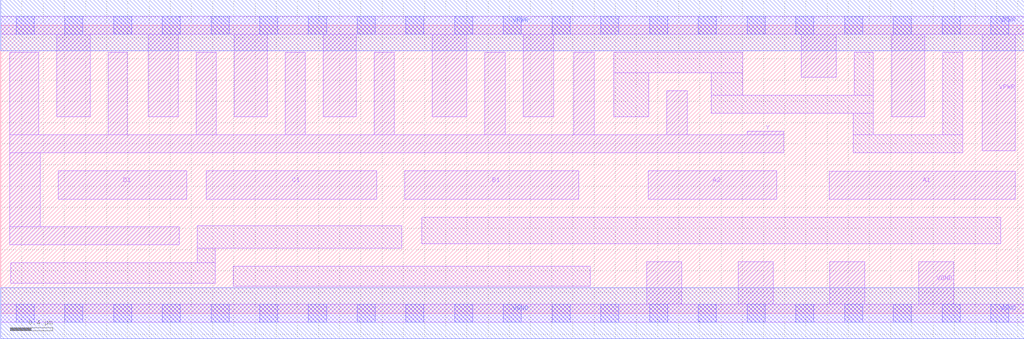
<source format=lef>
# Copyright 2020 The SkyWater PDK Authors
#
# Licensed under the Apache License, Version 2.0 (the "License");
# you may not use this file except in compliance with the License.
# You may obtain a copy of the License at
#
#     https://www.apache.org/licenses/LICENSE-2.0
#
# Unless required by applicable law or agreed to in writing, software
# distributed under the License is distributed on an "AS IS" BASIS,
# WITHOUT WARRANTIES OR CONDITIONS OF ANY KIND, either express or implied.
# See the License for the specific language governing permissions and
# limitations under the License.
#
# SPDX-License-Identifier: Apache-2.0

VERSION 5.7 ;
  NAMESCASESENSITIVE ON ;
  NOWIREEXTENSIONATPIN ON ;
  DIVIDERCHAR "/" ;
  BUSBITCHARS "[]" ;
UNITS
  DATABASE MICRONS 200 ;
END UNITS
MACRO sky130_fd_sc_hd__o2111ai_4
  CLASS CORE ;
  SOURCE USER ;
  FOREIGN sky130_fd_sc_hd__o2111ai_4 ;
  ORIGIN  0.000000  0.000000 ;
  SIZE  9.660000 BY  2.720000 ;
  SYMMETRY X Y R90 ;
  SITE unithd ;
  PIN A1
    ANTENNAGATEAREA  0.990000 ;
    DIRECTION INPUT ;
    USE SIGNAL ;
    PORT
      LAYER li1 ;
        RECT 7.820000 1.075000 9.575000 1.340000 ;
    END
  END A1
  PIN A2
    ANTENNAGATEAREA  0.990000 ;
    DIRECTION INPUT ;
    USE SIGNAL ;
    PORT
      LAYER li1 ;
        RECT 6.110000 1.075000 7.325000 1.345000 ;
    END
  END A2
  PIN B1
    ANTENNAGATEAREA  0.990000 ;
    DIRECTION INPUT ;
    USE SIGNAL ;
    PORT
      LAYER li1 ;
        RECT 3.815000 1.075000 5.455000 1.345000 ;
    END
  END B1
  PIN C1
    ANTENNAGATEAREA  0.990000 ;
    DIRECTION INPUT ;
    USE SIGNAL ;
    PORT
      LAYER li1 ;
        RECT 1.940000 1.075000 3.550000 1.345000 ;
    END
  END C1
  PIN D1
    ANTENNAGATEAREA  0.990000 ;
    DIRECTION INPUT ;
    USE SIGNAL ;
    PORT
      LAYER li1 ;
        RECT 0.545000 1.075000 1.755000 1.345000 ;
    END
  END D1
  PIN Y
    ANTENNADIFFAREA  2.984350 ;
    DIRECTION OUTPUT ;
    USE SIGNAL ;
    PORT
      LAYER li1 ;
        RECT 0.085000 0.645000 1.685000 0.815000 ;
        RECT 0.085000 0.815000 0.375000 1.515000 ;
        RECT 0.085000 1.515000 7.390000 1.685000 ;
        RECT 0.085000 1.685000 0.360000 2.465000 ;
        RECT 1.015000 1.685000 1.195000 2.465000 ;
        RECT 1.845000 1.685000 2.035000 2.465000 ;
        RECT 2.685000 1.685000 2.875000 2.465000 ;
        RECT 3.525000 1.685000 3.715000 2.465000 ;
        RECT 4.570000 1.685000 4.760000 2.465000 ;
        RECT 5.410000 1.685000 5.600000 2.465000 ;
        RECT 6.285000 1.685000 6.480000 2.100000 ;
        RECT 7.045000 1.685000 7.390000 1.720000 ;
    END
  END Y
  PIN VGND
    DIRECTION INOUT ;
    SHAPE ABUTMENT ;
    USE GROUND ;
    PORT
      LAYER li1 ;
        RECT 0.000000 -0.085000 9.660000 0.085000 ;
        RECT 6.100000  0.085000 6.430000 0.485000 ;
        RECT 6.960000  0.085000 7.290000 0.485000 ;
        RECT 7.825000  0.085000 8.155000 0.485000 ;
        RECT 8.665000  0.085000 8.995000 0.485000 ;
      LAYER mcon ;
        RECT 0.145000 -0.085000 0.315000 0.085000 ;
        RECT 0.605000 -0.085000 0.775000 0.085000 ;
        RECT 1.065000 -0.085000 1.235000 0.085000 ;
        RECT 1.525000 -0.085000 1.695000 0.085000 ;
        RECT 1.985000 -0.085000 2.155000 0.085000 ;
        RECT 2.445000 -0.085000 2.615000 0.085000 ;
        RECT 2.905000 -0.085000 3.075000 0.085000 ;
        RECT 3.365000 -0.085000 3.535000 0.085000 ;
        RECT 3.825000 -0.085000 3.995000 0.085000 ;
        RECT 4.285000 -0.085000 4.455000 0.085000 ;
        RECT 4.745000 -0.085000 4.915000 0.085000 ;
        RECT 5.205000 -0.085000 5.375000 0.085000 ;
        RECT 5.665000 -0.085000 5.835000 0.085000 ;
        RECT 6.125000 -0.085000 6.295000 0.085000 ;
        RECT 6.585000 -0.085000 6.755000 0.085000 ;
        RECT 7.045000 -0.085000 7.215000 0.085000 ;
        RECT 7.505000 -0.085000 7.675000 0.085000 ;
        RECT 7.965000 -0.085000 8.135000 0.085000 ;
        RECT 8.425000 -0.085000 8.595000 0.085000 ;
        RECT 8.885000 -0.085000 9.055000 0.085000 ;
        RECT 9.345000 -0.085000 9.515000 0.085000 ;
      LAYER met1 ;
        RECT 0.000000 -0.240000 9.660000 0.240000 ;
    END
  END VGND
  PIN VPWR
    DIRECTION INOUT ;
    SHAPE ABUTMENT ;
    USE POWER ;
    PORT
      LAYER li1 ;
        RECT 0.000000 2.635000 9.660000 2.805000 ;
        RECT 0.530000 1.855000 0.845000 2.635000 ;
        RECT 1.390000 1.855000 1.675000 2.635000 ;
        RECT 2.205000 1.855000 2.515000 2.635000 ;
        RECT 3.045000 1.855000 3.355000 2.635000 ;
        RECT 4.075000 1.855000 4.400000 2.635000 ;
        RECT 4.930000 1.855000 5.220000 2.635000 ;
        RECT 7.555000 2.230000 7.885000 2.635000 ;
        RECT 8.410000 1.855000 8.720000 2.635000 ;
        RECT 9.265000 1.535000 9.575000 2.635000 ;
      LAYER mcon ;
        RECT 0.145000 2.635000 0.315000 2.805000 ;
        RECT 0.605000 2.635000 0.775000 2.805000 ;
        RECT 1.065000 2.635000 1.235000 2.805000 ;
        RECT 1.525000 2.635000 1.695000 2.805000 ;
        RECT 1.985000 2.635000 2.155000 2.805000 ;
        RECT 2.445000 2.635000 2.615000 2.805000 ;
        RECT 2.905000 2.635000 3.075000 2.805000 ;
        RECT 3.365000 2.635000 3.535000 2.805000 ;
        RECT 3.825000 2.635000 3.995000 2.805000 ;
        RECT 4.285000 2.635000 4.455000 2.805000 ;
        RECT 4.745000 2.635000 4.915000 2.805000 ;
        RECT 5.205000 2.635000 5.375000 2.805000 ;
        RECT 5.665000 2.635000 5.835000 2.805000 ;
        RECT 6.125000 2.635000 6.295000 2.805000 ;
        RECT 6.585000 2.635000 6.755000 2.805000 ;
        RECT 7.045000 2.635000 7.215000 2.805000 ;
        RECT 7.505000 2.635000 7.675000 2.805000 ;
        RECT 7.965000 2.635000 8.135000 2.805000 ;
        RECT 8.425000 2.635000 8.595000 2.805000 ;
        RECT 8.885000 2.635000 9.055000 2.805000 ;
        RECT 9.345000 2.635000 9.515000 2.805000 ;
      LAYER met1 ;
        RECT 0.000000 2.480000 9.660000 2.960000 ;
    END
  END VPWR
  OBS
    LAYER li1 ;
      RECT 0.095000 0.285000 2.025000 0.475000 ;
      RECT 1.855000 0.475000 2.025000 0.615000 ;
      RECT 1.855000 0.615000 3.785000 0.825000 ;
      RECT 2.195000 0.255000 5.565000 0.445000 ;
      RECT 3.975000 0.655000 9.440000 0.905000 ;
      RECT 5.785000 1.855000 6.115000 2.270000 ;
      RECT 5.785000 2.270000 7.005000 2.465000 ;
      RECT 6.705000 1.890000 8.235000 2.060000 ;
      RECT 6.705000 2.060000 7.005000 2.270000 ;
      RECT 8.045000 1.515000 9.080000 1.685000 ;
      RECT 8.045000 1.685000 8.235000 1.890000 ;
      RECT 8.055000 2.060000 8.235000 2.465000 ;
      RECT 8.890000 1.685000 9.080000 2.465000 ;
  END
END sky130_fd_sc_hd__o2111ai_4

</source>
